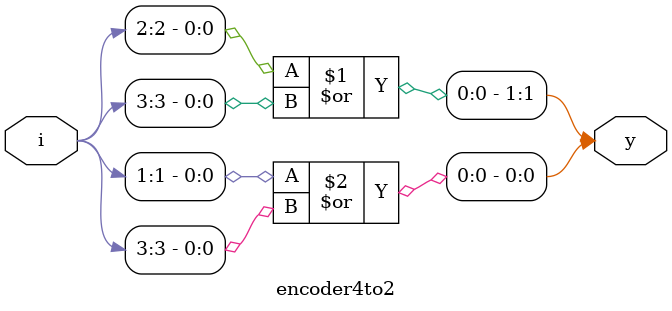
<source format=v>
`ifndef ENCODER4TO2_V_INCLUDED
	`define ENCODER4TO2_V_INCLUDED
	`timescale 1ns / 100ps

	module encoder4to2(y, i);
		output [1:0]y;
		input [3:0]i;
		
		assign y[1] = i[2] | i[3];
		assign y[0] = i[1] | i[3];

	endmodule
`endif

</source>
